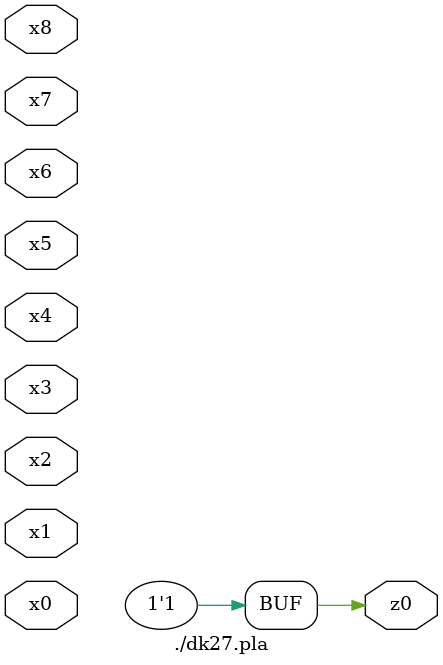
<source format=v>

module \./dk27.pla  ( 
    x0, x1, x2, x3, x4, x5, x6, x7, x8,
    z0  );
  input  x0, x1, x2, x3, x4, x5, x6, x7, x8;
  output z0;
  assign z0 = 1'b1;
endmodule



</source>
